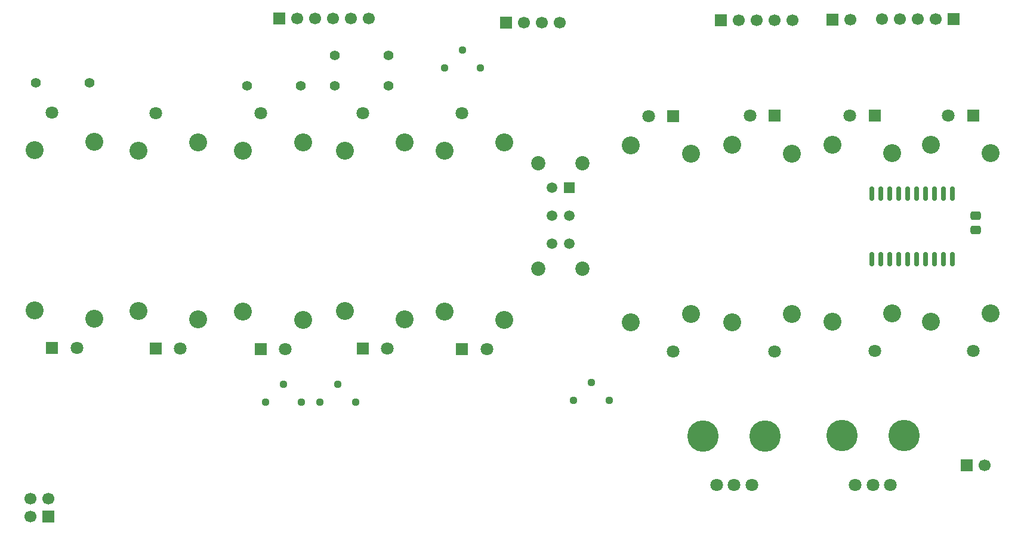
<source format=gbr>
%TF.GenerationSoftware,KiCad,Pcbnew,9.0.3*%
%TF.CreationDate,2025-09-21T15:13:23+09:00*%
%TF.ProjectId,SynthBoard,53796e74-6842-46f6-9172-642e6b696361,rev?*%
%TF.SameCoordinates,Original*%
%TF.FileFunction,Soldermask,Bot*%
%TF.FilePolarity,Negative*%
%FSLAX46Y46*%
G04 Gerber Fmt 4.6, Leading zero omitted, Abs format (unit mm)*
G04 Created by KiCad (PCBNEW 9.0.3) date 2025-09-21 15:13:23*
%MOMM*%
%LPD*%
G01*
G04 APERTURE LIST*
G04 Aperture macros list*
%AMRoundRect*
0 Rectangle with rounded corners*
0 $1 Rounding radius*
0 $2 $3 $4 $5 $6 $7 $8 $9 X,Y pos of 4 corners*
0 Add a 4 corners polygon primitive as box body*
4,1,4,$2,$3,$4,$5,$6,$7,$8,$9,$2,$3,0*
0 Add four circle primitives for the rounded corners*
1,1,$1+$1,$2,$3*
1,1,$1+$1,$4,$5*
1,1,$1+$1,$6,$7*
1,1,$1+$1,$8,$9*
0 Add four rect primitives between the rounded corners*
20,1,$1+$1,$2,$3,$4,$5,0*
20,1,$1+$1,$4,$5,$6,$7,0*
20,1,$1+$1,$6,$7,$8,$9,0*
20,1,$1+$1,$8,$9,$2,$3,0*%
G04 Aperture macros list end*
%ADD10C,1.800000*%
%ADD11C,4.455000*%
%ADD12R,1.700000X1.700000*%
%ADD13C,1.700000*%
%ADD14R,1.800000X1.800000*%
%ADD15C,2.550000*%
%ADD16C,1.120000*%
%ADD17C,1.400000*%
%ADD18R,1.500000X1.500000*%
%ADD19C,1.500000*%
%ADD20C,2.025000*%
%ADD21RoundRect,0.250000X0.475000X-0.337500X0.475000X0.337500X-0.475000X0.337500X-0.475000X-0.337500X0*%
%ADD22RoundRect,0.150000X0.150000X-0.875000X0.150000X0.875000X-0.150000X0.875000X-0.150000X-0.875000X0*%
G04 APERTURE END LIST*
D10*
%TO.C,VR14*%
X302000000Y-114600000D03*
X304500000Y-114600000D03*
X307000000Y-114600000D03*
D11*
X300100000Y-107600000D03*
X308900000Y-107600000D03*
%TD*%
D12*
%TO.C,J1*%
X282915000Y-48535000D03*
D13*
X285455000Y-48535000D03*
X287995000Y-48535000D03*
X290535000Y-48535000D03*
X293075000Y-48535000D03*
%TD*%
D14*
%TO.C,VR23*%
X276165000Y-62163000D03*
D10*
X272665000Y-62163000D03*
X276165000Y-95663000D03*
D15*
X278665000Y-67513000D03*
X270165000Y-66313000D03*
X278665000Y-90313000D03*
X270165000Y-91513000D03*
%TD*%
D16*
%TO.C,VR10*%
X243749000Y-55291000D03*
X246289000Y-52751000D03*
X248829000Y-55291000D03*
%TD*%
D12*
%TO.C,J3*%
X298760000Y-48433000D03*
D13*
X301300000Y-48433000D03*
%TD*%
D12*
%TO.C,J6*%
X220254000Y-48306000D03*
D13*
X222794000Y-48306000D03*
X225334000Y-48306000D03*
X227874000Y-48306000D03*
X230414000Y-48306000D03*
X232954000Y-48306000D03*
%TD*%
D14*
%TO.C,VR11*%
X232084000Y-95225000D03*
D10*
X235584000Y-95225000D03*
X232084000Y-61725000D03*
D15*
X229584000Y-89875000D03*
X238084000Y-91075000D03*
X229584000Y-67075000D03*
X238084000Y-65875000D03*
%TD*%
D14*
%TO.C,VR26*%
X318710000Y-62063000D03*
D10*
X315210000Y-62063000D03*
X318710000Y-95563000D03*
D15*
X321210000Y-67413000D03*
X312710000Y-66213000D03*
X321210000Y-90213000D03*
X312710000Y-91413000D03*
%TD*%
D16*
%TO.C,VR17*%
X225986500Y-102798000D03*
X228526500Y-100258000D03*
X231066500Y-102798000D03*
%TD*%
D12*
%TO.C,J10*%
X317790000Y-111806000D03*
D13*
X320330000Y-111806000D03*
%TD*%
D14*
%TO.C,VR18*%
X202747000Y-95225000D03*
D10*
X206247000Y-95225000D03*
X202747000Y-61725000D03*
D15*
X200247000Y-89875000D03*
X208747000Y-91075000D03*
X200247000Y-67075000D03*
X208747000Y-65875000D03*
%TD*%
D17*
%TO.C,R35*%
X215682000Y-57831000D03*
X223302000Y-57831000D03*
%TD*%
D14*
%TO.C,VR12*%
X246190000Y-95282000D03*
D10*
X249690000Y-95282000D03*
X246190000Y-61782000D03*
D15*
X243690000Y-89932000D03*
X252190000Y-91132000D03*
X243690000Y-67132000D03*
X252190000Y-65932000D03*
%TD*%
D16*
%TO.C,VR19*%
X262037000Y-102535000D03*
X264577000Y-99995000D03*
X267117000Y-102535000D03*
%TD*%
D18*
%TO.C,S3*%
X261414000Y-72346000D03*
D19*
X261414000Y-76346000D03*
X261414000Y-80346000D03*
X258914000Y-72346000D03*
X258914000Y-76346000D03*
X258914000Y-80346000D03*
D20*
X263314000Y-68846000D03*
X263314000Y-83846000D03*
X257014000Y-68846000D03*
X257014000Y-83846000D03*
%TD*%
D17*
%TO.C,R36*%
X228128000Y-57831000D03*
X235748000Y-57831000D03*
%TD*%
D14*
%TO.C,VR15*%
X188024000Y-95155000D03*
D10*
X191524000Y-95155000D03*
X188024000Y-61655000D03*
D15*
X185524000Y-89805000D03*
X194024000Y-91005000D03*
X185524000Y-67005000D03*
X194024000Y-65805000D03*
%TD*%
D12*
%TO.C,J4*%
X252476000Y-48895000D03*
D13*
X255016000Y-48895000D03*
X257556000Y-48895000D03*
X260096000Y-48895000D03*
%TD*%
D17*
%TO.C,R34*%
X185710000Y-57450000D03*
X193330000Y-57450000D03*
%TD*%
D14*
%TO.C,VR13*%
X217615000Y-95282000D03*
D10*
X221115000Y-95282000D03*
X217615000Y-61782000D03*
D15*
X215115000Y-89932000D03*
X223615000Y-91132000D03*
X215115000Y-67132000D03*
X223615000Y-65932000D03*
%TD*%
D10*
%TO.C,VR22*%
X282315000Y-114615000D03*
X284815000Y-114615000D03*
X287315000Y-114615000D03*
D11*
X280415000Y-107615000D03*
X289215000Y-107615000D03*
%TD*%
D12*
%TO.C,J5*%
X315895000Y-48420000D03*
D13*
X313355000Y-48420000D03*
X310815000Y-48420000D03*
X308275000Y-48420000D03*
X305735000Y-48420000D03*
%TD*%
D14*
%TO.C,VR24*%
X290525000Y-62133000D03*
D10*
X287025000Y-62133000D03*
X290525000Y-95633000D03*
D15*
X293025000Y-67483000D03*
X284525000Y-66283000D03*
X293025000Y-90283000D03*
X284525000Y-91483000D03*
%TD*%
D16*
%TO.C,VR16*%
X218352000Y-102789000D03*
X220892000Y-100249000D03*
X223432000Y-102789000D03*
%TD*%
D14*
%TO.C,VR25*%
X304740000Y-62063000D03*
D10*
X301240000Y-62063000D03*
X304740000Y-95563000D03*
D15*
X307240000Y-67413000D03*
X298740000Y-66213000D03*
X307240000Y-90213000D03*
X298740000Y-91413000D03*
%TD*%
D17*
%TO.C,R37*%
X228128000Y-53513000D03*
X235748000Y-53513000D03*
%TD*%
D12*
%TO.C,J8*%
X187488000Y-119045000D03*
D13*
X187488000Y-116505000D03*
X184948000Y-119045000D03*
X184948000Y-116505000D03*
%TD*%
D21*
%TO.C,C14*%
X319060000Y-78370000D03*
X319060000Y-76295000D03*
%TD*%
D22*
%TO.C,IC8*%
X315758000Y-82469000D03*
X314488000Y-82469000D03*
X313218000Y-82469000D03*
X311948000Y-82469000D03*
X310678000Y-82469000D03*
X309408000Y-82469000D03*
X308138000Y-82469000D03*
X306868000Y-82469000D03*
X305598000Y-82469000D03*
X304328000Y-82469000D03*
X304328000Y-73169000D03*
X305598000Y-73169000D03*
X306868000Y-73169000D03*
X308138000Y-73169000D03*
X309408000Y-73169000D03*
X310678000Y-73169000D03*
X311948000Y-73169000D03*
X313218000Y-73169000D03*
X314488000Y-73169000D03*
X315758000Y-73169000D03*
%TD*%
M02*

</source>
